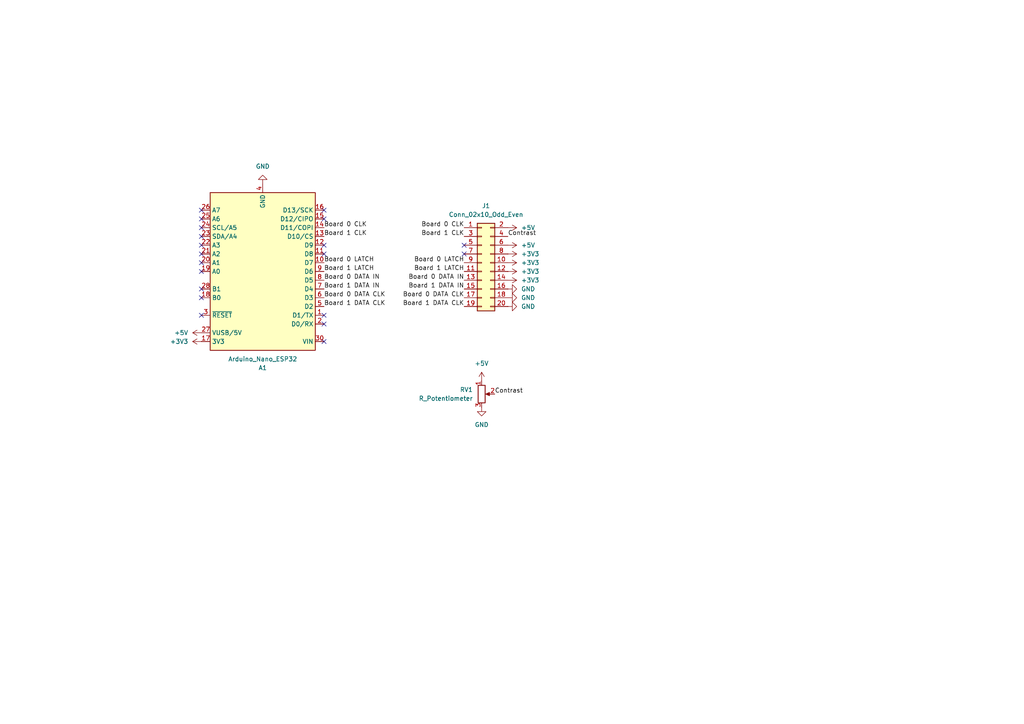
<source format=kicad_sch>
(kicad_sch (version 20250114) (generator "eeschema") (generator_version "9.0")
  (paper "A4")
  (lib_symbols
    (symbol "Connector_Generic:Conn_02x10_Odd_Even" (pin_names (offset 1.016) (hide yes))
      (property "Reference" "J" (at 1.27 12.7 0))
      (property "Value" "Conn_02x10_Odd_Even" (at 1.27 -15.24 0))
      (symbol "Conn_02x10_Odd_Even_1_1"
        (rectangle (start -1.27 11.43) (end 3.81 -13.97) (stroke (width 0.254)) (fill (type background)))
        (rectangle (start -1.27 10.287) (end 0 10.033) (stroke (width 0.1524)))
        (rectangle (start -1.27 7.747) (end 0 7.493) (stroke (width 0.1524)))
        (rectangle (start -1.27 5.207) (end 0 4.953) (stroke (width 0.1524)))
        (rectangle (start -1.27 2.667) (end 0 2.413) (stroke (width 0.1524)))
        (rectangle (start -1.27 0.127) (end 0 -0.127) (stroke (width 0.1524)))
        (rectangle (start -1.27 -2.413) (end 0 -2.667) (stroke (width 0.1524)))
        (rectangle (start -1.27 -4.953) (end 0 -5.207) (stroke (width 0.1524)))
        (rectangle (start -1.27 -7.493) (end 0 -7.747) (stroke (width 0.1524)))
        (rectangle (start -1.27 -10.033) (end 0 -10.287) (stroke (width 0.1524)))
        (rectangle (start -1.27 -12.573) (end 0 -12.827) (stroke (width 0.1524)))
        (rectangle (start 3.81 10.287) (end 2.54 10.033) (stroke (width 0.1524)))
        (rectangle (start 3.81 7.747) (end 2.54 7.493) (stroke (width 0.1524)))
        (rectangle (start 3.81 5.207) (end 2.54 4.953) (stroke (width 0.1524)))
        (rectangle (start 3.81 2.667) (end 2.54 2.413) (stroke (width 0.1524)))
        (rectangle (start 3.81 0.127) (end 2.54 -0.127) (stroke (width 0.1524)))
        (rectangle (start 3.81 -2.413) (end 2.54 -2.667) (stroke (width 0.1524)))
        (rectangle (start 3.81 -4.953) (end 2.54 -5.207) (stroke (width 0.1524)))
        (rectangle (start 3.81 -7.493) (end 2.54 -7.747) (stroke (width 0.1524)))
        (rectangle (start 3.81 -10.033) (end 2.54 -10.287) (stroke (width 0.1524)))
        (rectangle (start 3.81 -12.573) (end 2.54 -12.827) (stroke (width 0.1524)))
        (pin passive line (at -5.08 10.16 0) (length 3.81) (name "Pin_1") (number "1"))
        (pin passive line (at -5.08 7.62 0) (length 3.81) (name "Pin_3") (number "3"))
        (pin passive line (at -5.08 5.08 0) (length 3.81) (name "Pin_5") (number "5"))
        (pin passive line (at -5.08 2.54 0) (length 3.81) (name "Pin_7") (number "7"))
        (pin passive line (at -5.08 0 0) (length 3.81) (name "Pin_9") (number "9"))
        (pin passive line (at -5.08 -2.54 0) (length 3.81) (name "Pin_11") (number "11"))
        (pin passive line (at -5.08 -5.08 0) (length 3.81) (name "Pin_13") (number "13"))
        (pin passive line (at -5.08 -7.62 0) (length 3.81) (name "Pin_15") (number "15"))
        (pin passive line (at -5.08 -10.16 0) (length 3.81) (name "Pin_17") (number "17"))
        (pin passive line (at -5.08 -12.7 0) (length 3.81) (name "Pin_19") (number "19"))
        (pin passive line (at 7.62 10.16 180) (length 3.81) (name "Pin_2") (number "2"))
        (pin passive line (at 7.62 7.62 180) (length 3.81) (name "Pin_4") (number "4"))
        (pin passive line (at 7.62 5.08 180) (length 3.81) (name "Pin_6") (number "6"))
        (pin passive line (at 7.62 2.54 180) (length 3.81) (name "Pin_8") (number "8"))
        (pin passive line (at 7.62 0 180) (length 3.81) (name "Pin_10") (number "10"))
        (pin passive line (at 7.62 -2.54 180) (length 3.81) (name "Pin_12") (number "12"))
        (pin passive line (at 7.62 -5.08 180) (length 3.81) (name "Pin_14") (number "14"))
        (pin passive line (at 7.62 -7.62 180) (length 3.81) (name "Pin_16") (number "16"))
        (pin passive line (at 7.62 -10.16 180) (length 3.81) (name "Pin_18") (number "18"))
        (pin passive line (at 7.62 -12.7 180) (length 3.81) (name "Pin_20") (number "20"))
      )
    )
    (symbol "Device:R_Potentiometer" (pin_names (offset 1.016) (hide yes))
      (property "Reference" "RV" (at -4.445 0 90))
      (property "Value" "R_Potentiometer" (at -2.54 0 90))
      (symbol "R_Potentiometer_0_1"
        (rectangle (start 1.016 2.54) (end -1.016 -2.54) (stroke (width 0.254)))
        (polyline (pts (xy 1.143 0) (xy 2.286 0.508) (xy 2.286 -0.508) (xy 1.143 0)) (fill (type outline)))
        (polyline (pts (xy 2.54 0) (xy 1.524 0)))
      )
      (symbol "R_Potentiometer_1_1"
        (pin passive line (at 0 3.81 270) (length 1.27) (name "1") (number "1"))
        (pin passive line (at 0 -3.81 90) (length 1.27) (name "3") (number "3"))
        (pin passive line (at 3.81 0 180) (length 1.27) (name "2") (number "2"))
      )
    )
    (symbol "MCU_Module:Arduino_Nano_ESP32"
      (property "Reference" "A" (at -14.986 23.622 0))
      (property "Value" "Arduino_Nano_ESP32" (at 3.81 -25.654 0))
      (symbol "Arduino_Nano_ESP32_0_1"
        (rectangle (start -15.24 22.86) (end 15.24 -22.86) (stroke (width 0.254)) (fill (type background)))
      )
      (symbol "Arduino_Nano_ESP32_1_1"
        (pin power_in line (at -17.78 20.32 0) (length 2.54) (name "VIN") (number "30"))
        (pin bidirectional line (at -17.78 15.24 0) (length 2.54) (name "D0/RX") (number "2"))
        (pin bidirectional line (at -17.78 12.7 0) (length 2.54) (name "D1/TX") (number "1"))
        (pin bidirectional line (at -17.78 10.16 0) (length 2.54) (name "D2") (number "5"))
        (pin bidirectional line (at -17.78 7.62 0) (length 2.54) (name "D3") (number "6"))
        (pin bidirectional line (at -17.78 5.08 0) (length 2.54) (name "D4") (number "7"))
        (pin bidirectional line (at -17.78 2.54 0) (length 2.54) (name "D5") (number "8"))
        (pin bidirectional line (at -17.78 0 0) (length 2.54) (name "D6") (number "9"))
        (pin bidirectional line (at -17.78 -2.54 0) (length 2.54) (name "D7") (number "10"))
        (pin bidirectional line (at -17.78 -5.08 0) (length 2.54) (name "D8") (number "11"))
        (pin bidirectional line (at -17.78 -7.62 0) (length 2.54) (name "D9") (number "12"))
        (pin bidirectional line (at -17.78 -10.16 0) (length 2.54) (name "D10/CS") (number "13"))
        (pin bidirectional line (at -17.78 -12.7 0) (length 2.54) (name "D11/COPI") (number "14"))
        (pin bidirectional line (at -17.78 -15.24 0) (length 2.54) (name "D12/CIPO") (number "15"))
        (pin bidirectional line (at -17.78 -17.78 0) (length 2.54) (name "D13/SCK") (number "16"))
        (pin passive line (at 0 -25.4 90) (length 2.54) (hide yes) (name "GND") (number "29"))
        (pin power_in line (at 0 -25.4 90) (length 2.54) (name "GND") (number "4"))
        (pin power_out line (at 17.78 20.32 180) (length 2.54) (name "3V3") (number "17"))
        (pin power_out line (at 17.78 17.78 180) (length 2.54) (name "VUSB/5V") (number "27"))
        (pin input line (at 17.78 12.7 180) (length 2.54) (name "~{RESET}") (number "3"))
        (pin bidirectional line (at 17.78 7.62 180) (length 2.54) (name "B0") (number "18"))
        (pin bidirectional line (at 17.78 5.08 180) (length 2.54) (name "B1") (number "28"))
        (pin bidirectional line (at 17.78 0 180) (length 2.54) (name "A0") (number "19"))
        (pin bidirectional line (at 17.78 -2.54 180) (length 2.54) (name "A1") (number "20"))
        (pin bidirectional line (at 17.78 -5.08 180) (length 2.54) (name "A2") (number "21"))
        (pin bidirectional line (at 17.78 -7.62 180) (length 2.54) (name "A3") (number "22"))
        (pin bidirectional line (at 17.78 -10.16 180) (length 2.54) (name "SDA/A4") (number "23"))
        (pin bidirectional line (at 17.78 -12.7 180) (length 2.54) (name "SCL/A5") (number "24"))
        (pin bidirectional line (at 17.78 -15.24 180) (length 2.54) (name "A6") (number "25"))
        (pin bidirectional line (at 17.78 -17.78 180) (length 2.54) (name "A7") (number "26"))
      )
    )
    (symbol "power:+3V3" (power) (pin_numbers (hide yes)) (pin_names (offset 0) (hide yes))
      (property "Value" "+3V3" (at 0 3.556 0))
      (symbol "+3V3_0_1"
        (polyline (pts (xy -0.762 1.27) (xy 0 2.54)))
        (polyline (pts (xy 0 2.54) (xy 0.762 1.27)))
        (polyline (pts (xy 0 0) (xy 0 2.54)))
      )
      (symbol "+3V3_1_1"
        (pin power_in line (at 0 0 90) (length 0) (name "~") (number "1"))
      )
    )
    (symbol "power:+5V" (power) (pin_numbers (hide yes)) (pin_names (offset 0) (hide yes))
      (property "Value" "+5V" (at 0 3.556 0))
      (symbol "+5V_0_1"
        (polyline (pts (xy -0.762 1.27) (xy 0 2.54)))
        (polyline (pts (xy 0 2.54) (xy 0.762 1.27)))
        (polyline (pts (xy 0 0) (xy 0 2.54)))
      )
      (symbol "+5V_1_1"
        (pin power_in line (at 0 0 90) (length 0) (name "~") (number "1"))
      )
    )
    (symbol "power:GND" (power) (pin_numbers (hide yes)) (pin_names (offset 0) (hide yes))
      (property "Value" "GND" (at 0 -3.81 0))
      (symbol "GND_0_1"
        (polyline (pts (xy 0 0) (xy 0 -1.27) (xy 1.27 -1.27) (xy 0 -2.54) (xy -1.27 -1.27) (xy 0 -1.27)))
      )
      (symbol "GND_1_1"
        (pin power_in line (at 0 0 270) (length 0) (name "~") (number "1"))
      )
    )
  )
  (no_connect (at 58.42 78.74))
  (no_connect (at 58.42 60.96))
  (no_connect (at 58.42 71.12))
  (no_connect (at 58.42 68.58))
  (no_connect (at 93.98 99.06))
  (no_connect (at 58.42 83.82))
  (no_connect (at 93.98 63.5))
  (no_connect (at 93.98 91.44))
  (no_connect (at 134.62 73.66))
  (no_connect (at 58.42 76.2))
  (no_connect (at 58.42 86.36))
  (no_connect (at 58.42 63.5))
  (no_connect (at 134.62 71.12))
  (no_connect (at 93.98 71.12))
  (no_connect (at 93.98 73.66))
  (no_connect (at 58.42 66.04))
  (no_connect (at 93.98 93.98))
  (no_connect (at 58.42 73.66))
  (no_connect (at 58.42 91.44))
  (no_connect (at 93.98 60.96))
  (label "Board 0 DATA CLK" (at 93.98 86.36 0))
  (label "Contrast" (at 147.32 68.58 0))
  (label "Board 1 DATA CLK" (at 134.62 88.9 180))
  (label "Contrast" (at 143.51 114.3 0))
  (label "Board 1 DATA IN" (at 134.62 83.82 180))
  (label "Board 1 DATA CLK" (at 93.98 88.9 0))
  (label "Board 0 CLK" (at 134.62 66.04 180))
  (label "Board 0 CLK" (at 93.98 66.04 0))
  (label "Board 0 DATA IN" (at 134.62 81.28 180))
  (label "Board 0 DATA IN" (at 93.98 81.28 0))
  (label "Board 1 LATCH" (at 93.98 78.74 0))
  (label "Board 1 DATA IN" (at 93.98 83.82 0))
  (label "Board 1 CLK" (at 93.98 68.58 0))
  (label "Board 0 LATCH" (at 93.98 76.2 0))
  (label "Board 0 DATA CLK" (at 134.62 86.36 180))
  (label "Board 1 CLK" (at 134.62 68.58 180))
  (label "Board 0 LATCH" (at 134.62 76.2 180))
  (label "Board 1 LATCH" (at 134.62 78.74 180))
  (symbol (lib_id "Device:R_Potentiometer") (at 139.7 114.3 0) (unit 1)
    (property "Reference" "RV1" (at 137.16 113.0299 0) (effects (justify right)))
    (property "Value" "R_Potentiometer" (at 137.16 115.5699 0) (effects (justify right)))
    (property "Description" "Potentiometer" (effects (hide yes)))
  )
  (symbol (lib_id "power:+5V") (at 58.42 96.52 90) (unit 1)
    (property "Reference" "#PWR01" (effects (hide yes)))
    (property "Value" "+5V" (at 54.61 96.5201 90) (effects (justify left)))
    (property "Description" "Power symbol creates a global label with name \"+5V\"" (effects (hide yes)))
  )
  (symbol (lib_id "power:GND") (at 139.7 118.11 0) (unit 1)
    (property "Reference" "#PWR014" (effects (hide yes)))
    (property "Value" "GND" (at 139.7 123.19 0))
    (property "Description" "Power symbol creates a global label with name \"GND\" , ground" (effects (hide yes)))
  )
  (symbol (lib_id "power:GND") (at 147.32 88.9 90) (unit 1)
    (property "Reference" "#PWR012" (effects (hide yes)))
    (property "Value" "GND" (at 151.13 88.8999 90) (effects (justify right)))
    (property "Description" "Power symbol creates a global label with name \"GND\" , ground" (effects (hide yes)))
  )
  (symbol (lib_id "power:GND") (at 147.32 86.36 90) (unit 1)
    (property "Reference" "#PWR011" (effects (hide yes)))
    (property "Value" "GND" (at 151.13 86.3599 90) (effects (justify right)))
    (property "Description" "Power symbol creates a global label with name \"GND\" , ground" (effects (hide yes)))
  )
  (symbol (lib_id "power:+3V3") (at 147.32 76.2 270) (unit 1)
    (property "Reference" "#PWR07" (effects (hide yes)))
    (property "Value" "+3V3" (at 151.13 76.1999 90) (effects (justify left)))
    (property "Description" "Power symbol creates a global label with name \"+3V3\"" (effects (hide yes)))
  )
  (symbol (lib_id "power:GND") (at 76.2 53.34 180) (unit 1)
    (property "Reference" "#PWR03" (effects (hide yes)))
    (property "Value" "GND" (at 76.2 48.26 0))
    (property "Description" "Power symbol creates a global label with name \"GND\" , ground" (effects (hide yes)))
  )
  (symbol (lib_id "power:+3V3") (at 58.42 99.06 90) (unit 1)
    (property "Reference" "#PWR02" (effects (hide yes)))
    (property "Value" "+3V3" (at 54.61 99.0601 90) (effects (justify left)))
    (property "Description" "Power symbol creates a global label with name \"+3V3\"" (effects (hide yes)))
  )
  (symbol (lib_id "power:+3V3") (at 147.32 81.28 270) (unit 1)
    (property "Reference" "#PWR09" (effects (hide yes)))
    (property "Value" "+3V3" (at 151.13 81.2799 90) (effects (justify left)))
    (property "Description" "Power symbol creates a global label with name \"+3V3\"" (effects (hide yes)))
  )
  (symbol (lib_id "power:+5V") (at 147.32 71.12 270) (unit 1)
    (property "Reference" "#PWR05" (effects (hide yes)))
    (property "Value" "+5V" (at 151.13 71.1199 90) (effects (justify left)))
    (property "Description" "Power symbol creates a global label with name \"+5V\"" (effects (hide yes)))
  )
  (symbol (lib_id "power:+3V3") (at 147.32 78.74 270) (unit 1)
    (property "Reference" "#PWR08" (effects (hide yes)))
    (property "Value" "+3V3" (at 151.13 78.7399 90) (effects (justify left)))
    (property "Description" "Power symbol creates a global label with name \"+3V3\"" (effects (hide yes)))
  )
  (symbol (lib_id "power:+5V") (at 139.7 110.49 0) (unit 1)
    (property "Reference" "#PWR013" (effects (hide yes)))
    (property "Value" "+5V" (at 139.7 105.41 0))
    (property "Description" "Power symbol creates a global label with name \"+5V\"" (effects (hide yes)))
  )
  (symbol (lib_id "MCU_Module:Arduino_Nano_ESP32") (at 76.2 78.74 180) (unit 1)
    (property "Reference" "A1" (at 76.2 106.68 0))
    (property "Value" "Arduino_Nano_ESP32" (at 76.2 104.14 0))
    (property "Footprint" "Module:Arduino_Nano" (effects (hide yes)))
    (property "Datasheet" "https://docs.arduino.cc/resources/datasheets/ABX00083-datasheet.pdf" (effects (hide yes)))
    (property "Description" "Arduino Nano board based on the ESP32-S3 with a dual-core 240 MHz processor, 384 kB ROM, 512 kB SRAM. Operates at 3.3V, with 5V USB-C® input and 6-21V VIN. Features Wi-Fi®, Bluetooth® LE, digital and analog pins, and supports SPI, I2C, UART, I2S, and CAN." (effects (hide yes)))
  )
  (symbol (lib_id "Connector_Generic:Conn_02x10_Odd_Even") (at 139.7 76.2 0) (unit 1)
    (property "Reference" "J1" (at 140.97 59.69 0))
    (property "Value" "Conn_02x10_Odd_Even" (at 140.97 62.23 0))
    (property "Description" "Generic connector, double row, 02x10, odd/even pin numbering scheme (row 1 odd numbers, row 2 even numbers), script generated (kicad-library-utils/schlib/autogen/connector/)" (effects (hide yes)))
  )
  (symbol (lib_id "power:+3V3") (at 147.32 73.66 270) (unit 1)
    (property "Reference" "#PWR06" (effects (hide yes)))
    (property "Value" "+3V3" (at 151.13 73.6599 90) (effects (justify left)))
    (property "Description" "Power symbol creates a global label with name \"+3V3\"" (effects (hide yes)))
  )
  (symbol (lib_id "power:+5V") (at 147.32 66.04 270) (unit 1)
    (property "Reference" "#PWR04" (effects (hide yes)))
    (property "Value" "+5V" (at 151.13 66.0399 90) (effects (justify left)))
    (property "Description" "Power symbol creates a global label with name \"+5V\"" (effects (hide yes)))
  )
  (symbol (lib_id "power:GND") (at 147.32 83.82 90) (unit 1)
    (property "Reference" "#PWR010" (effects (hide yes)))
    (property "Value" "GND" (at 151.13 83.8199 90) (effects (justify right)))
    (property "Description" "Power symbol creates a global label with name \"GND\" , ground" (effects (hide yes)))
  )
)
</source>
